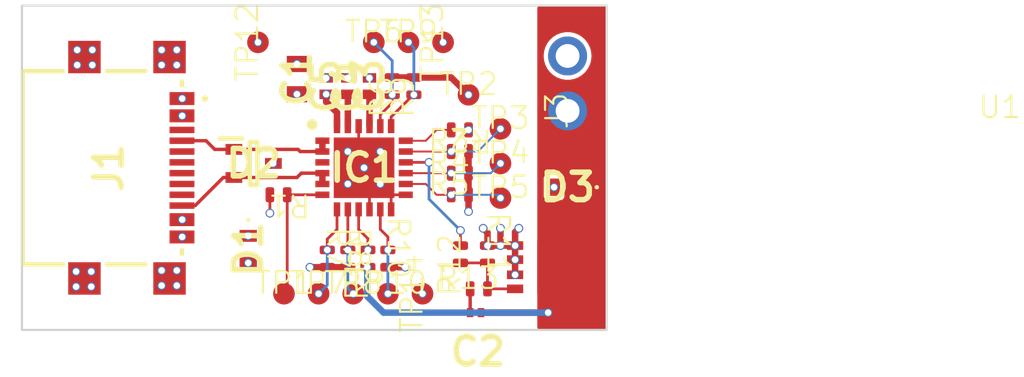
<source format=kicad_pcb>
(kicad_pcb (version 20221018) (generator pcbnew)
  (layers (0 "F.Cu" signal) (1 "In1.Cu" signal) (2 "In2.Cu" signal) (31 "B.Cu" signal) (34 "B.Paste" user) (35 "F.Paste" user) (36 "B.SilkS" user "B.Silkscreen") (37 "F.SilkS" user "F.Silkscreen") (38 "B.Mask" user) (39 "F.Mask" user) (44 "Edge.Cuts" user))
  (net 0 "")
  (net 2 "GND")
  (net 9 "VBUS")
  (net 10 "+9V")
  (net 11 "Net-(C2-Pad2)")
  (net 12 "/VREG_1V2")
  (net 13 "/VREG_2V7")
  (net 14 "/CC1")
  (net 15 "/CC2")
  (net 16 "Net-(IC1-RESET)")
  (net 17 "/SCL")
  (net 18 "/SDA")
  (net 19 "/DISCH")
  (net 20 "/ATTACH")
  (net 21 "/POWER_OK3")
  (net 22 "/GPIO")
  (net 23 "/VBUS_EN_SNK")
  (net 24 "/A_B_SIDE")
  (net 25 "Net-(IC1-VBUS_VS_DISCH)")
  (net 26 "/ALERT")
  (net 27 "/POWER_OK2")
  (net 28 "+1V8")
  (net 29 "Net-(U1-G)")
  (footprint "the_backrooms:ESDA25P351U1M" (layer "F.Cu") (at 30.45 31.275 90)
    (fp_text reference "D1" (at 0 0 90) (layer "F.SilkS") (effects (font (size 1.27 1.27) (thickness 0.254))))
    (fp_text value "ESDA25P35-1U1M" hide)
    (fp_line (start 1.3 0) (end 1.3 0) (stroke (width 0.1)) (layer "F.SilkS"))
    (fp_line (start 1.4 0) (end 1.4 0) (stroke (width 0.1)) (layer "F.SilkS"))
    (fp_arc (start 1.3 0) (mid 1.35 -0.05) (end 1.4 0) (stroke (width 0.1)) (layer "F.SilkS"))
    (fp_arc (start 1.4 0) (mid 1.35 0.05) (end 1.3 0) (stroke (width 0.1)) (layer "F.SilkS"))
    (pad "1" smd rect (at 0.625 0 90) (size 0.55 0.8) (layers "F.Cu" "F.Paste" "F.Mask") (net 9 "VBUS"))
    (pad "2" smd rect (at -0.625 0 90) (size 0.55 0.8) (layers "F.Cu" "F.Paste" "F.Mask") (net 2 "GND"))
  )
  (footprint "the_backrooms:0402_res" (layer "F.Cu") (at 40.725 25.75 180)
    (fp_text reference "R2" (at 0 -0.5 180 unlocked) (layer "F.SilkS") (effects (font (thickness 0.1))))
    (fp_text value "1k")
    (pad "1" smd roundrect (at 0.1 0 180) (size 0.4 0.7) (layers "F.Cu" "F.Paste" "F.Mask") (net 9 "VBUS"))
    (pad "2" smd roundrect (at 0.9 0 180) (size 0.4 0.7) (layers "F.Cu" "F.Paste" "F.Mask") (net 25 "Net-(IC1-VBUS_VS_DISCH)"))
  )
  (footprint "the_backrooms:0402_res" (layer "F.Cu") (at 41.5 31 -90)
    (fp_text reference "R11" (at 0 -0.5 -90 unlocked) (layer "F.SilkS") (effects (font (thickness 0.1))))
    (fp_text value "100k")
    (pad "1" smd roundrect (at 0.1 0 270) (size 0.4 0.7) (layers "F.Cu" "F.Paste" "F.Mask") (net 9 "VBUS"))
    (pad "2" smd roundrect (at 0.9 0 270) (size 0.4 0.7) (layers "F.Cu" "F.Paste" "F.Mask") (net 29 "Net-(U1-G)"))
  )
  (footprint "the_backrooms:0402_res" (layer "F.Cu") (at 35.05 31.2 -90)
    (fp_text reference "R8" (at 0 -0.5 -90 unlocked) (layer "F.SilkS") (effects (font (thickness 0.1))))
    (fp_text value "4.7k")
    (pad "1" smd roundrect (at 0.1 0 270) (size 0.4 0.7) (layers "F.Cu" "F.Paste" "F.Mask") (net 18 "/SDA"))
    (pad "2" smd roundrect (at 0.9 0 270) (size 0.4 0.7) (layers "F.Cu" "F.Paste" "F.Mask") (net 28 "+1V8"))
  )
  (footprint "the_backrooms:tp_1mm" (layer "F.Cu") (at 35.3 33.325)
    (fp_text reference "TP8" (at 0 -0.5 unlocked) (layer "F.SilkS") (effects (font (thickness 0.1))))
    (fp_text value "~")
    (pad "1" smd circle (at 0 0) (size 1 1) (layers "F.Cu" "F.Paste" "F.Mask") (net 18 "/SDA"))
  )
  (footprint "the_backrooms:0402_res" (layer "F.Cu") (at 39.725 28.75)
    (fp_text reference "R5" (at 0 -0.5 unlocked) (layer "F.SilkS") (effects (font (thickness 0.1))))
    (fp_text value "10k")
    (pad "1" smd roundrect (at 0.1 0) (size 0.4 0.7) (layers "F.Cu" "F.Paste" "F.Mask") (net 21 "/POWER_OK3"))
    (pad "2" smd roundrect (at 0.9 0) (size 0.4 0.7) (layers "F.Cu" "F.Paste" "F.Mask") (net 28 "+1V8"))
  )
  (footprint "the_backrooms:GSB1C41110SSHR" (layer "F.Cu") (at 24 27.5 -90)
    (fp_text reference "J1" (at 0 0 90) (layer "F.SilkS") (effects (font (size 1.27 1.27) (thickness 0.254))))
    (fp_text value "GSB1C41110SSHR" hide)
    (fp_line (start -4.47 -1.712) (end -4.47 0.088) (stroke (width 0.2)) (layer "F.SilkS"))
    (fp_line (start -4.47 2.088) (end -4.47 3.965) (stroke (width 0.2)) (layer "F.SilkS"))
    (fp_line (start -4.47 3.965) (end 4.47 3.965) (stroke (width 0.2)) (layer "F.SilkS"))
    (fp_line (start -4 -3.385) (end -3.8 -3.39) (stroke (width 0.2)) (layer "F.SilkS"))
    (fp_line (start -3.2 -4.5) (end -3.2 -4.5) (stroke (width 0.2)) (layer "F.SilkS"))
    (fp_line (start -3.2 -4.5) (end -3.2 -4.5) (stroke (width 0.2)) (layer "F.SilkS"))
    (fp_line (start -3.2 -4.4) (end -3.2 -4.4) (stroke (width 0.2)) (layer "F.SilkS"))
    (fp_line (start 3.8 -3.39) (end 4 -3.39) (stroke (width 0.2)) (layer "F.SilkS"))
    (fp_line (start 4.47 0.088) (end 4.47 -1.712) (stroke (width 0.2)) (layer "F.SilkS"))
    (fp_line (start 4.47 3.965) (end 4.47 2.088) (stroke (width 0.2)) (layer "F.SilkS"))
    (fp_arc (start -3.2 -4.5) (mid -3.15 -4.45) (end -3.2 -4.4) (stroke (width 0.2)) (layer "F.SilkS"))
    (fp_arc (start -3.2 -4.4) (mid -3.25 -4.45) (end -3.2 -4.5) (stroke (width 0.2)) (layer "F.SilkS"))
    (fp_arc (start -3.2 -4.4) (mid -3.25 -4.45) (end -3.2 -4.5) (stroke (width 0.2)) (layer "F.SilkS"))
    (pad "" np_thru_hole circle (at -2.89 -2.315 270) (size 0.65 0.65) (drill 0.65) (layers "*.Cu" "*.Mask"))
    (pad "" np_thru_hole circle (at 2.89 -2.315 270) (size 0.65 0.65) (drill 0.65) (layers "*.Cu" "*.Mask"))
    (pad "A1" smd rect (at -3.2 -3.39 270) (size 0.6 1.15) (layers "F.Cu" "F.Paste" "F.Mask") (net 2 "GND"))
    (pad "A4" smd rect (at -2.4 -3.39 270) (size 0.6 1.15) (layers "F.Cu" "F.Paste" "F.Mask") (net 9 "VBUS"))
    (pad "A5" smd rect (at -1.25 -3.39 270) (size 0.3 1.15) (layers "F.Cu" "F.Paste" "F.Mask") (net 14 "/CC1"))
    (pad "A6" smd rect (at -0.25 -3.39 270) (size 0.3 1.15) (layers "F.Cu" "F.Paste" "F.Mask"))
    (pad "A7" smd rect (at 0.25 -3.39 270) (size 0.3 1.15) (layers "F.Cu" "F.Paste" "F.Mask"))
    (pad "A8" smd rect (at 1.25 -3.39 270) (size 0.3 1.15) (layers "F.Cu" "F.Paste" "F.Mask"))
    (pad "A9" smd rect (at 2.4 -3.39 270) (size 0.6 1.15) (layers "F.Cu" "F.Paste" "F.Mask") (net 9 "VBUS"))
    (pad "A12" smd rect (at 3.2 -3.39 270) (size 0.6 1.15) (layers "F.Cu" "F.Paste" "F.Mask") (net 2 "GND"))
    (pad "B5" smd rect (at 1.75 -3.39 270) (size 0.3 1.15) (layers "F.Cu" "F.Paste" "F.Mask") (net 15 "/CC2"))
    (pad "B6" smd rect (at 0.75 -3.39 270) (size 0.3 1.15) (layers "F.Cu" "F.Paste" "F.Mask"))
    (pad "B7" smd rect (at -0.75 -3.39 270) (size 0.3 1.15) (layers "F.Cu" "F.Paste" "F.Mask"))
    (pad "B8" smd rect (at -1.75 -3.39 270) (size 0.3 1.15) (layers "F.Cu" "F.Paste" "F.Mask"))
    (pad "MP1" smd rect (at -5.12 -2.815) (size 1.5 1.5) (layers "F.Cu" "F.Paste" "F.Mask") (net 2 "GND"))
    (pad "MP2" smd rect (at 5.12 -2.815) (size 1.5 1.5) (layers "F.Cu" "F.Paste" "F.Mask") (net 2 "GND"))
    (pad "MP3" smd rect (at -5.12 1.115) (size 1.5 1.5) (layers "F.Cu" "F.Paste" "F.Mask") (net 2 "GND"))
    (pad "MP4" smd rect (at 5.12 1.115) (size 1.5 1.5) (layers "F.Cu" "F.Paste" "F.Mask") (net 2 "GND"))
  )
  (footprint "the_backrooms:0402_res" (layer "F.Cu") (at 39.725 27.75)
    (fp_text reference "R4" (at 0 -0.5 unlocked) (layer "F.SilkS") (effects (font (thickness 0.1))))
    (fp_text value "10k")
    (pad "1" smd roundrect (at 0.1 0) (size 0.4 0.7) (layers "F.Cu" "F.Paste" "F.Mask") (net 22 "/GPIO"))
    (pad "2" smd roundrect (at 0.9 0) (size 0.4 0.7) (layers "F.Cu" "F.Paste" "F.Mask") (net 28 "+1V8"))
  )
  (footprint "the_backrooms:ESDA25P351U1M" (layer "F.Cu") (at 45.2 28.4)
    (fp_text reference "D3" (at 0 0) (layer "F.SilkS") (effects (font (size 1.27 1.27) (thickness 0.254))))
    (fp_text value "ESDA25P35-1U1M" hide)
    (fp_line (start 1.3 0) (end 1.3 0) (stroke (width 0.1)) (layer "F.SilkS"))
    (fp_line (start 1.4 0) (end 1.4 0) (stroke (width 0.1)) (layer "F.SilkS"))
    (fp_arc (start 1.3 0) (mid 1.35 -0.05) (end 1.4 0) (stroke (width 0.1)) (layer "F.SilkS"))
    (fp_arc (start 1.4 0) (mid 1.35 0.05) (end 1.3 0) (stroke (width 0.1)) (layer "F.SilkS"))
    (pad "1" smd rect (at 0.625 0) (size 0.55 0.8) (layers "F.Cu" "F.Paste" "F.Mask") (net 10 "+9V"))
    (pad "2" smd rect (at -0.625 0) (size 0.55 0.8) (layers "F.Cu" "F.Paste" "F.Mask") (net 2 "GND"))
  )
  (footprint "the_backrooms:tp_1mm" (layer "F.Cu") (at 39.45 21.7 90)
    (fp_text reference "TP13" (at 0 -0.5 90 unlocked) (layer "F.SilkS") (effects (font (thickness 0.1))))
    (fp_text value "~")
    (pad "1" smd circle (at 0 0 90) (size 1 1) (layers "F.Cu" "F.Paste" "F.Mask") (net 2 "GND"))
  )
  (footprint "the_backrooms:QFN50P400X400X100-25N-D" (layer "F.Cu") (at 35.8 27.5)
    (fp_text reference "IC1" (at 0 0) (layer "F.SilkS") (effects (font (size 1.27 1.27) (thickness 0.254))))
    (fp_text value "STUSB4500QTR" hide)
    (fp_circle (center -2.4 -2) (end -2.4 -1.875) (stroke (width 0.25)) (fill none) (layer "F.SilkS"))
    (pad "1" smd rect (at -1.925 -1.25 90) (size 0.3 0.65) (layers "F.Cu" "F.Paste" "F.Mask") (net 14 "/CC1"))
    (pad "2" smd rect (at -1.925 -0.75 90) (size 0.3 0.65) (layers "F.Cu" "F.Paste" "F.Mask") (net 14 "/CC1"))
    (pad "3" smd rect (at -1.925 -0.25 90) (size 0.3 0.65) (layers "F.Cu" "F.Paste" "F.Mask"))
    (pad "4" smd rect (at -1.925 0.25 90) (size 0.3 0.65) (layers "F.Cu" "F.Paste" "F.Mask") (net 15 "/CC2"))
    (pad "5" smd rect (at -1.925 0.75 90) (size 0.3 0.65) (layers "F.Cu" "F.Paste" "F.Mask") (net 15 "/CC2"))
    (pad "6" smd rect (at -1.925 1.25 90) (size 0.3 0.65) (layers "F.Cu" "F.Paste" "F.Mask") (net 16 "Net-(IC1-RESET)"))
    (pad "7" smd rect (at -1.25 1.925) (size 0.3 0.65) (layers "F.Cu" "F.Paste" "F.Mask") (net 17 "/SCL"))
    (pad "8" smd rect (at -0.75 1.925) (size 0.3 0.65) (layers "F.Cu" "F.Paste" "F.Mask") (net 18 "/SDA"))
    (pad "9" smd rect (at -0.25 1.925) (size 0.3 0.65) (layers "F.Cu" "F.Paste" "F.Mask") (net 19 "/DISCH"))
    (pad "10" smd rect (at 0.25 1.925) (size 0.3 0.65) (layers "F.Cu" "F.Paste" "F.Mask") (net 2 "GND"))
    (pad "11" smd rect (at 0.75 1.925) (size 0.3 0.65) (layers "F.Cu" "F.Paste" "F.Mask") (net 20 "/ATTACH"))
    (pad "12" smd rect (at 1.25 1.925) (size 0.3 0.65) (layers "F.Cu" "F.Paste" "F.Mask") (net 2 "GND"))
    (pad "13" smd rect (at 1.925 1.25 90) (size 0.3 0.65) (layers "F.Cu" "F.Paste" "F.Mask") (net 2 "GND"))
    (pad "14" smd rect (at 1.925 0.75 90) (size 0.3 0.65) (layers "F.Cu" "F.Paste" "F.Mask") (net 21 "/POWER_OK3"))
    (pad "15" smd rect (at 1.925 0.25 90) (size 0.3 0.65) (layers "F.Cu" "F.Paste" "F.Mask") (net 22 "/GPIO"))
    (pad "16" smd rect (at 1.925 -0.25 90) (size 0.3 0.65) (layers "F.Cu" "F.Paste" "F.Mask") (net 23 "/VBUS_EN_SNK"))
    (pad "17" smd rect (at 1.925 -0.75 90) (size 0.3 0.65) (layers "F.Cu" "F.Paste" "F.Mask") (net 24 "/A_B_SIDE"))
    (pad "18" smd rect (at 1.925 -1.25 90) (size 0.3 0.65) (layers "F.Cu" "F.Paste" "F.Mask") (net 25 "Net-(IC1-VBUS_VS_DISCH)"))
    (pad "19" smd rect (at 1.25 -1.925) (size 0.3 0.65) (layers "F.Cu" "F.Paste" "F.Mask") (net 26 "/ALERT"))
    (pad "20" smd rect (at 0.75 -1.925) (size 0.3 0.65) (layers "F.Cu" "F.Paste" "F.Mask") (net 27 "/POWER_OK2"))
    (pad "21" smd rect (at 0.25 -1.925) (size 0.3 0.65) (layers "F.Cu" "F.Paste" "F.Mask") (net 12 "/VREG_1V2"))
    (pad "22" smd rect (at -0.25 -1.925) (size 0.3 0.65) (layers "F.Cu" "F.Paste" "F.Mask") (net 2 "GND"))
    (pad "23" smd rect (at -0.75 -1.925) (size 0.3 0.65) (layers "F.Cu" "F.Paste" "F.Mask") (net 13 "/VREG_2V7"))
    (pad "24" smd rect (at -1.25 -1.925) (size 0.3 0.65) (layers "F.Cu" "F.Paste" "F.Mask") (net 9 "VBUS"))
    (pad "25" smd rect (at 0 0) (size 2.8 2.8) (layers "F.Cu" "F.Paste" "F.Mask") (net 2 "GND"))
  )
  (footprint "the_backrooms:0402_res" (layer "F.Cu") (at 34.1 31.2 -90)
    (fp_text reference "R7" (at 0 -0.5 -90 unlocked) (layer "F.SilkS") (effects (font (thickness 0.1))))
    (fp_text value "4.7k")
    (pad "1" smd roundrect (at 0.1 0 270) (size 0.4 0.7) (layers "F.Cu" "F.Paste" "F.Mask") (net 17 "/SCL"))
    (pad "2" smd roundrect (at 0.9 0 270) (size 0.4 0.7) (layers "F.Cu" "F.Paste" "F.Mask") (net 28 "+1V8"))
  )
  (footprint "the_backrooms:tp_1mm" (layer "F.Cu") (at 42.1 28.9)
    (fp_text reference "TP5" (at 0 -0.5 unlocked) (layer "F.SilkS") (effects (font (thickness 0.1))))
    (fp_text value "~")
    (pad "1" smd circle (at 0 0) (size 1 1) (layers "F.Cu" "F.Paste" "F.Mask") (net 21 "/POWER_OK3"))
  )
  (footprint "the_backrooms:0402_res" (layer "F.Cu") (at 37.1 24.225 90)
    (fp_text reference "R6" (at 0 -0.5 90 unlocked) (layer "F.SilkS") (effects (font (thickness 0.1))))
    (fp_text value "10k")
    (pad "1" smd roundrect (at 0.1 0 90) (size 0.4 0.7) (layers "F.Cu" "F.Paste" "F.Mask") (net 27 "/POWER_OK2"))
    (pad "2" smd roundrect (at 0.9 0 90) (size 0.4 0.7) (layers "F.Cu" "F.Paste" "F.Mask") (net 28 "+1V8"))
  )
  (footprint "the_backrooms:0402_res" (layer "F.Cu") (at 35.975 32.2 90)
    (fp_text reference "R14" (at 0 -0.5 90 unlocked) (layer "F.SilkS") (effects (font (thickness 0.1))))
    (fp_text value "1k")
    (pad "1" smd roundrect (at 0.1 0 90) (size 0.4 0.7) (layers "F.Cu" "F.Paste" "F.Mask") (net 10 "+9V"))
    (pad "2" smd roundrect (at 0.9 0 90) (size 0.4 0.7) (layers "F.Cu" "F.Paste" "F.Mask") (net 19 "/DISCH"))
  )
  (footprint "the_backrooms:0402_res" (layer "F.Cu") (at 36.9 31.2 -90)
    (fp_text reference "R10" (at 0 -0.5 -90 unlocked) (layer "F.SilkS") (effects (font (thickness 0.1))))
    (fp_text value "10k")
    (pad "1" smd roundrect (at 0.1 0 270) (size 0.4 0.7) (layers "F.Cu" "F.Paste" "F.Mask") (net 20 "/ATTACH"))
    (pad "2" smd roundrect (at 0.9 0 270) (size 0.4 0.7) (layers "F.Cu" "F.Paste" "F.Mask") (net 28 "+1V8"))
  )
  (footprint "the_backrooms:tp_1mm" (layer "F.Cu") (at 42.1 25.7)
    (fp_text reference "TP3" (at 0 -0.5 unlocked) (layer "F.SilkS") (effects (font (thickness 0.1))))
    (fp_text value "~")
    (pad "1" smd circle (at 0 0) (size 1 1) (layers "F.Cu" "F.Paste" "F.Mask") (net 24 "/A_B_SIDE"))
  )
  (footprint "the_backrooms:0402_res" (layer "F.Cu") (at 32.35 28.75 180)
    (fp_text reference "R1" (at 0 -0.5 180 unlocked) (layer "F.SilkS") (effects (font (thickness 0.1))))
    (fp_text value "10k")
    (pad "1" smd roundrect (at 0.1 0 180) (size 0.4 0.7) (layers "F.Cu" "F.Paste" "F.Mask") (net 16 "Net-(IC1-RESET)"))
    (pad "2" smd roundrect (at 0.9 0 180) (size 0.4 0.7) (layers "F.Cu" "F.Paste" "F.Mask") (net 2 "GND"))
  )
  (footprint "the_backrooms:0402_res" (layer "F.Cu") (at 40.25 32 90)
    (fp_text reference "R12" (at 0 -0.5 90 unlocked) (layer "F.SilkS") (effects (font (thickness 0.1))))
    (fp_text value "22k")
    (pad "1" smd roundrect (at 0.1 0 90) (size 0.4 0.7) (layers "F.Cu" "F.Paste" "F.Mask") (net 29 "Net-(U1-G)"))
    (pad "2" smd roundrect (at 0.9 0 90) (size 0.4 0.7) (layers "F.Cu" "F.Paste" "F.Mask") (net 23 "/VBUS_EN_SNK"))
  )
  (footprint "the_backrooms:SOT65P210X110-3N" (layer "F.Cu") (at 30.7 27.3)
    (fp_text reference "D2" (at 0 0) (layer "F.SilkS") (effects (font (size 1.27 1.27) (thickness 0.254))))
    (fp_text value "ESDA25W" hide)
    (fp_line (start -1.575 -1.15) (end -0.525 -1.15) (stroke (width 0.2)) (layer "F.SilkS"))
    (fp_line (start -0.175 -1) (end 0.175 -1) (stroke (width 0.2)) (layer "F.SilkS"))
    (fp_line (start -0.175 1) (end -0.175 -1) (stroke (width 0.2)) (layer "F.SilkS"))
    (fp_line (start 0.175 -1) (end 0.175 1) (stroke (width 0.2)) (layer "F.SilkS"))
    (fp_line (start 0.175 1) (end -0.175 1) (stroke (width 0.2)) (layer "F.SilkS"))
    (pad "1" smd rect (at -0.9125 -0.65 90) (size 0.5 0.775) (layers "F.Cu" "F.Paste" "F.Mask") (net 14 "/CC1"))
    (pad "2" smd rect (at -0.9125 0.65 90) (size 0.5 0.775) (layers "F.Cu" "F.Paste" "F.Mask") (net 15 "/CC2"))
    (pad "3" smd rect (at 0.9125 0 90) (size 0.5 0.775) (layers "F.Cu" "F.Paste" "F.Mask") (net 2 "GND"))
  )
  (footprint "the_backrooms:pin_header_male_2pin" (layer "F.Cu") (at 45.2 24.87 90)
    (fp_text reference "J3" (at 0 -0.5 90 unlocked) (layer "F.SilkS") (effects (font (thickness 0.1))))
    (fp_text value "~")
    (pad "1" thru_hole circle (at 0 0 90) (size 1.8 1.8) (drill 1.1) (layers "*.Cu" "*.Mask") (net 10 "+9V"))
    (pad "2" thru_hole circle (at 2.54 0 90) (size 1.8 1.8) (drill 1.1) (layers "*.Cu" "*.Mask") (net 2 "GND"))
  )
  (footprint "the_backrooms:tp_1mm" (layer "F.Cu") (at 36.9 33.325)
    (fp_text reference "TP10" (at 0 -0.5 unlocked) (layer "F.SilkS") (effects (font (thickness 0.1))))
    (fp_text value "~")
    (pad "1" smd circle (at 0 0) (size 1 1) (layers "F.Cu" "F.Paste" "F.Mask") (net 20 "/ATTACH"))
  )
  (footprint "the_backrooms:tp_1mm" (layer "F.Cu") (at 42.1 27.3)
    (fp_text reference "TP4" (at 0 -0.5 unlocked) (layer "F.SilkS") (effects (font (thickness 0.1))))
    (fp_text value "~")
    (pad "1" smd circle (at 0 0) (size 1 1) (layers "F.Cu" "F.Paste" "F.Mask") (net 22 "/GPIO"))
  )
  (footprint "the_backrooms:tp_1mm" (layer "F.Cu") (at 37.85 21.7)
    (fp_text reference "TP9" (at 0 -0.5 unlocked) (layer "F.SilkS") (effects (font (thickness 0.1))))
    (fp_text value "~")
    (pad "1" smd circle (at 0 0) (size 1 1) (layers "F.Cu" "F.Paste" "F.Mask") (net 26 "/ALERT"))
  )
  (footprint "the_backrooms:tp_1mm" (layer "F.Cu") (at 32.1 33.325)
    (fp_text reference "TP1" (at 0 -0.5 unlocked) (layer "F.SilkS") (effects (font (thickness 0.1))))
    (fp_text value "~")
    (pad "1" smd circle (at 0 0) (size 1 1) (layers "F.Cu" "F.Paste" "F.Mask") (net 16 "Net-(IC1-RESET)"))
  )
  (footprint "the_backrooms:tp_1mm" (layer "F.Cu") (at 36.25 21.7)
    (fp_text reference "TP6" (at 0 -0.5 unlocked) (layer "F.SilkS") (effects (font (thickness 0.1))))
    (fp_text value "~")
    (pad "1" smd circle (at 0 0) (size 1 1) (layers "F.Cu" "F.Paste" "F.Mask") (net 27 "/POWER_OK2"))
  )
  (footprint "the_backrooms:tp_1mm" (layer "F.Cu") (at 38.5 33.325 90)
    (fp_text reference "TP14" (at 0 -0.5 90 unlocked) (layer "F.SilkS") (effects (font (thickness 0.1))))
    (fp_text value "~")
    (pad "1" smd circle (at 0 0 90) (size 1 1) (layers "F.Cu" "F.Paste" "F.Mask") (net 2 "GND"))
  )
  (footprint "the_backrooms:CAPC1005X55N" (layer "F.Cu") (at 35.05 23.725 90)
    (fp_text reference "C4" (at 0 0 90) (layer "F.SilkS") (effects (font (size 1.27 1.27) (thickness 0.254))))
    (fp_text value "1uF" hide)
    (pad "1" smd rect (at -0.38 0 90) (size 0.44 0.62) (layers "F.Cu" "F.Paste" "F.Mask") (net 13 "/VREG_2V7"))
    (pad "2" smd rect (at 0.38 0 90) (size 0.44 0.62) (layers "F.Cu" "F.Paste" "F.Mask") (net 2 "GND"))
  )
  (footprint "the_backrooms:tp_1mm" (layer "F.Cu") (at 40.625 24.125)
    (fp_text reference "TP2" (at 0 -0.5 unlocked) (layer "F.SilkS") (effects (font (thickness 0.1))))
    (fp_text value "~")
    (pad "1" smd circle (at 0 0) (size 1 1) (layers "F.Cu" "F.Paste" "F.Mask") (net 28 "+1V8"))
  )
  (footprint "the_backrooms:tp_1mm" (layer "F.Cu") (at 33.7 33.325)
    (fp_text reference "TP7" (at 0 -0.5 unlocked) (layer "F.SilkS") (effects (font (thickness 0.1))))
    (fp_text value "~")
    (pad "1" smd circle (at 0 0) (size 1 1) (layers "F.Cu" "F.Paste" "F.Mask") (net 17 "/SCL"))
  )
  (footprint "the_backrooms:CAPC0603X33N" (layer "F.Cu") (at 40.95 34.2 180)
    (fp_text reference "C2" (at -0.1 -1.8) (layer "F.SilkS") (effects (font (size 1.27 1.27) (thickness 0.254))))
    (fp_text value "100nF" hide)
    (pad "1" smd rect (at -0.25 0 270) (size 0.42 0.3) (layers "F.Cu" "F.Paste" "F.Mask") (net 10 "+9V"))
    (pad "2" smd rect (at 0.25 0 270) (size 0.42 0.3) (layers "F.Cu" "F.Paste" "F.Mask") (net 11 "Net-(C2-Pad2)"))
  )
  (footprint "the_backrooms:CAPC1005X55N" (layer "F.Cu") (at 36.05 23.725 90)
    (fp_text reference "C3" (at 0 0 90) (layer "F.SilkS") (effects (font (size 1.27 1.27) (thickness 0.254))))
    (fp_text value "1uF" hide)
    (pad "1" smd rect (at -0.38 0 90) (size 0.44 0.62) (layers "F.Cu" "F.Paste" "F.Mask") (net 12 "/VREG_1V2"))
    (pad "2" smd rect (at 0.38 0 90) (size 0.44 0.62) (layers "F.Cu" "F.Paste" "F.Mask") (net 2 "GND"))
  )
  (footprint "the_backrooms:0402_res" (layer "F.Cu") (at 39.725 26.75)
    (fp_text reference "R3" (at 0 -0.5 unlocked) (layer "F.SilkS") (effects (font (thickness 0.1))))
    (fp_text value "10k")
    (pad "1" smd roundrect (at 0.1 0) (size 0.4 0.7) (layers "F.Cu" "F.Paste" "F.Mask") (net 24 "/A_B_SIDE"))
    (pad "2" smd roundrect (at 0.9 0) (size 0.4 0.7) (layers "F.Cu" "F.Paste" "F.Mask") (net 28 "+1V8"))
  )
  (footprint "the_backrooms:STL6P3LLH6" (layer "F.Cu") (at 44.3 32.1 -90)
    (fp_text reference "U1" (at -7.4025 -20.871 unlocked) (layer "F.SilkS") (effects (font (thickness 0.1))))
    (fp_text value "~")
    (pad "1" smd rect (at -1 1.525 270) (size 0.4 0.75) (layers "F.Cu" "F.Paste" "F.Mask") (net 9 "VBUS"))
    (pad "2" smd rect (at -0.35 1.525 270) (size 0.4 0.75) (layers "F.Cu" "F.Paste" "F.Mask") (net 9 "VBUS"))
    (pad "3" smd rect (at 0.35 1.525 270) (size 0.4 0.75) (layers "F.Cu" "F.Paste" "F.Mask") (net 9 "VBUS"))
    (pad "4" smd rect (at 1 1.525 270) (size 0.4 0.75) (layers "F.Cu" "F.Paste" "F.Mask") (net 29 "Net-(U1-G)"))
    (pad "5" smd custom (at 0 0.5 270) (size 0.001 0.001) (layers "F.Cu" "F.Paste" "F.Mask") (net 10 "+9V") (options (clearance outline) (anchor rect)) (primitives (gr_poly (pts (xy -1.225 -2.4) (xy 1.225 -2.4) (xy 1.225 -0.7) (xy 1.755 -0.7) (xy 1.755 -0.3) (xy 1.225 -0.3) (xy 1.225 0) (xy -1.225 0) (xy -1.225 -0.3) (xy -1.755 -0.3) (xy -1.755 -0.7) (xy -1.225 -0.7)) (width 0.001) (fill yes))))
  )
  (footprint "the_backrooms:CAPC1608X90N" (layer "F.Cu") (at 32.7 23.4 -90)
    (fp_text reference "C1" (at 0 0 90) (layer "F.SilkS") (effects (font (size 1.27 1.27) (thickness 0.254))))
    (fp_text value "4.7uF" hide)
    (pad "1" smd rect (at -0.7 0 270) (size 0.75 0.94) (layers "F.Cu" "F.Paste" "F.Mask") (net 2 "GND"))
    (pad "2" smd rect (at 0.7 0 270) (size 0.75 0.94) (layers "F.Cu" "F.Paste" "F.Mask") (net 9 "VBUS"))
  )
  (footprint "the_backrooms:CAPC1005X55N" (layer "F.Cu") (at 34.05 23.725 90)
    (fp_text reference "C5" (at 0 0 90) (layer "F.SilkS") (effects (font (size 1.27 1.27) (thickness 0.254))))
    (fp_text value "1uF" hide)
    (pad "1" smd rect (at -0.38 0 90) (size 0.44 0.62) (layers "F.Cu" "F.Paste" "F.Mask") (net 9 "VBUS"))
    (pad "2" smd rect (at 0.38 0 90) (size 0.44 0.62) (layers "F.Cu" "F.Paste" "F.Mask") (net 2 "GND"))
  )
  (footprint "the_backrooms:0402_res" (layer "F.Cu") (at 38.1 24.225 90)
    (fp_text reference "R9" (at 0 -0.5 90 unlocked) (layer "F.SilkS") (effects (font (thickness 0.1))))
    (fp_text value "4.7k")
    (pad "1" smd roundrect (at 0.1 0 90) (size 0.4 0.7) (layers "F.Cu" "F.Paste" "F.Mask") (net 26 "/ALERT"))
    (pad "2" smd roundrect (at 0.9 0 90) (size 0.4 0.7) (layers "F.Cu" "F.Paste" "F.Mask") (net 28 "+1V8"))
  )
  (footprint "the_backrooms:tp_1mm" (layer "F.Cu") (at 30.9 21.7 90)
    (fp_text reference "TP12" (at 0 -0.5 90 unlocked) (layer "F.SilkS") (effects (font (thickness 0.1))))
    (fp_text value "~")
    (pad "1" smd circle (at 0 0 90) (size 1 1) (layers "F.Cu" "F.Paste" "F.Mask") (net 2 "GND"))
  )
  (footprint "the_backrooms:0402_res" (layer "F.Cu") (at 40.6 33.1)
    (fp_text reference "R13" (at 0 -0.5 unlocked) (layer "F.SilkS") (effects (font (thickness 0.1))))
    (fp_text value "100R")
    (pad "1" smd roundrect (at 0.1 0) (size 0.4 0.7) (layers "F.Cu" "F.Paste" "F.Mask") (net 11 "Net-(C2-Pad2)"))
    (pad "2" smd roundrect (at 0.9 0) (size 0.4 0.7) (layers "F.Cu" "F.Paste" "F.Mask") (net 29 "Net-(U1-G)"))
  )
  (gr_rect (start 20 20) (end 47 35) (stroke (width 0.1)) (fill none) (layer "Edge.Cuts"))
  (segment (start 36.55 28.25) (end 35.8 27.5) (width 0.127) (layer "F.Cu") (net 2))
  (segment (start 36.05 27.75) (end 35.8 27.5) (width 0.127) (layer "F.Cu") (net 2))
  (segment (start 31.45 28.75) (end 31.45 29.6) (width 0.127) (layer "F.Cu") (net 2))
  (segment (start 35.55 27.25) (end 35.8 27.5) (width 0.127) (layer "F.Cu") (net 2))
  (segment (start 37.725 28.75) (end 37.05 28.75) (width 0.127) (layer "F.Cu") (net 2))
  (segment (start 37.05 28.75) (end 36.55 28.25) (width 0.127) (layer "F.Cu") (net 2))
  (segment (start 37.05 29.425) (end 37.05 28.75) (width 0.127) (layer "F.Cu") (net 2))
  (segment (start 35.55 25.575) (end 35.55 27.25) (width 0.127) (layer "F.Cu") (net 2))
  (segment (start 36.05 29.425) (end 36.05 27.75) (width 0.127) (layer "F.Cu") (net 2))
  (via (at 27.15 32.25) (size 0.4) (drill 0.3) (layers "F.Cu" "B.Cu") (net 2))
  (via (at 38.5 33.325) (size 0.4) (drill 0.3) (layers "F.Cu" "B.Cu") (net 2))
  (via (at 23.2 33) (size 0.4) (drill 0.3) (layers "F.Cu" "B.Cu") (net 2))
  (via (at 35.05 28.25) (size 0.4) (drill 0.3) (layers "F.Cu" "B.Cu") (net 2))
  (via (at 26.45 22.05) (size 0.4) (drill 0.3) (layers "F.Cu" "B.Cu") (net 2))
  (via (at 30.45 31.9) (size 0.4) (drill 0.3) (layers "F.Cu" "B.Cu") (net 2))
  (via (at 34.05 23.35) (size 0.4) (drill 0.3) (layers "F.Cu" "B.Cu") (net 2))
  (via (at 30.9 21.7) (size 0.4) (drill 0.3) (layers "F.Cu" "B.Cu") (net 2))
  (via (at 22.5 33) (size 0.4) (drill 0.3) (layers "F.Cu" "B.Cu") (net 2))
  (via (at 26.45 22.75) (size 0.4) (drill 0.3) (layers "F.Cu" "B.Cu") (net 2))
  (via (at 26.45 32.95) (size 0.4) (drill 0.3) (layers "F.Cu" "B.Cu") (net 2))
  (via (at 27.4 30.7) (size 0.4) (drill 0.3) (layers "F.Cu" "B.Cu") (net 2))
  (via (at 35.05 26.75) (size 0.4) (drill 0.3) (layers "F.Cu" "B.Cu") (net 2))
  (via (at 32.7 22.7) (size 0.4) (drill 0.3) (layers "F.Cu" "B.Cu") (net 2))
  (via (at 44.575 28.4) (size 0.4) (drill 0.3) (layers "F.Cu" "B.Cu") (net 2))
  (via (at 23.2 32.3) (size 0.4) (drill 0.3) (layers "F.Cu" "B.Cu") (net 2))
  (via (at 27.15 32.95) (size 0.4) (drill 0.3) (layers "F.Cu" "B.Cu") (net 2))
  (via (at 22.55 22.05) (size 0.4) (drill 0.3) (layers "F.Cu" "B.Cu") (net 2))
  (via (at 35.05 23.35) (size 0.4) (drill 0.3) (layers "F.Cu" "B.Cu") (net 2))
  (via (at 22.5 32.3) (size 0.4) (drill 0.3) (layers "F.Cu" "B.Cu") (net 2))
  (via (at 31.6 27.3) (size 0.4) (drill 0.3) (layers "F.Cu" "B.Cu") (net 2))
  (via (at 36.55 28.25) (size 0.4) (drill 0.3) (layers "F.Cu" "B.Cu") (net 2))
  (via (at 23.25 22.05) (size 0.4) (drill 0.3) (layers "F.Cu" "B.Cu") (net 2))
  (via (at 22.55 22.75) (size 0.4) (drill 0.3) (layers "F.Cu" "B.Cu") (net 2))
  (via (at 27.15 22.75) (size 0.4) (drill 0.3) (layers "F.Cu" "B.Cu") (net 2))
  (via (at 36.05 23.35) (size 0.4) (drill 0.3) (layers "F.Cu" "B.Cu") (net 2))
  (via (at 35.8 27.5) (size 0.4) (drill 0.3) (layers "F.Cu" "B.Cu") (net 2))
  (via (at 27.15 22.05) (size 0.4) (drill 0.3) (layers "F.Cu" "B.Cu") (net 2))
  (via (at 36.55 26.75) (size 0.4) (drill 0.3) (layers "F.Cu" "B.Cu") (net 2))
  (via (at 39.45 21.7) (size 0.4) (drill 0.3) (layers "F.Cu" "B.Cu") (net 2))
  (via (at 23.25 22.75) (size 0.4) (drill 0.3) (layers "F.Cu" "B.Cu") (net 2))
  (via (at 31.45 29.6) (size 0.4) (drill 0.3) (layers "F.Cu" "B.Cu") (net 2))
  (via (at 27.4 24.3) (size 0.4) (drill 0.3) (layers "F.Cu" "B.Cu") (net 2))
  (via (at 26.45 32.25) (size 0.4) (drill 0.3) (layers "F.Cu" "B.Cu") (net 2))
  (segment (start 42.95 30.3) (end 42.775 30.475) (width 0.3) (layer "F.Cu") (net 9))
  (segment (start 42.775 30.475) (end 42.775 31.1) (width 0.3) (layer "F.Cu") (net 9))
  (segment (start 42.775 31.1) (end 42.1 31.1) (width 0.3) (layer "F.Cu") (net 9))
  (segment (start 34.55 25.575) (end 34.55 24.95) (width 0.3) (layer "F.Cu") (net 9))
  (segment (start 34.55 24.95) (end 34.05 24.45) (width 0.3) (layer "F.Cu") (net 9))
  (segment (start 41.5 31.1) (end 41.5 30.5) (width 0.3) (layer "F.Cu") (net 9))
  (segment (start 41.5 30.5) (end 41.3 30.3) (width 0.3) (layer "F.Cu") (net 9))
  (segment (start 42.1 31.1) (end 41.5 31.1) (width 0.3) (layer "F.Cu") (net 9))
  (segment (start 42.775 31.75) (end 42.775 31.1) (width 0.3) (layer "F.Cu") (net 9))
  (segment (start 34.05 24.45) (end 34.05 24.1) (width 0.3) (layer "F.Cu") (net 9))
  (segment (start 42.1 31.1) (end 42.1 30.3) (width 0.3) (layer "F.Cu") (net 9))
  (segment (start 34.05 24.1) (end 34.05 24.105) (width 0.3) (layer "F.Cu") (net 9))
  (segment (start 42.775 31.75) (end 42.775 32.45) (width 0.3) (layer "F.Cu") (net 9))
  (via (at 41.5 31.1) (size 0.4) (drill 0.3) (layers "F.Cu" "B.Cu") (net 9))
  (via (at 42.95 30.3) (size 0.4) (drill 0.3) (layers "F.Cu" "B.Cu") (net 9))
  (via (at 42.1 31.1) (size 0.4) (drill 0.3) (layers "F.Cu" "B.Cu") (net 9))
  (via (at 32.7 24.1) (size 0.4) (drill 0.3) (layers "F.Cu" "B.Cu") (net 9))
  (via (at 30.45 30.65) (size 0.4) (drill 0.3) (layers "F.Cu" "B.Cu") (net 9))
  (via (at 42.775 32.45) (size 0.4) (drill 0.3) (layers "F.Cu" "B.Cu") (net 9))
  (via (at 42.1 30.3) (size 0.4) (drill 0.3) (layers "F.Cu" "B.Cu") (net 9))
  (via (at 40.625 25.75) (size 0.4) (drill 0.3) (layers "F.Cu" "B.Cu") (net 9))
  (via (at 42.775 31.75) (size 0.4) (drill 0.3) (layers "F.Cu" "B.Cu") (net 9))
  (via (at 27.4 25.1) (size 0.4) (drill 0.3) (layers "F.Cu" "B.Cu") (net 9))
  (via (at 27.4 29.9) (size 0.4) (drill 0.3) (layers "F.Cu" "B.Cu") (net 9))
  (via (at 42.775 31.1) (size 0.4) (drill 0.3) (layers "F.Cu" "B.Cu") (net 9))
  (via (at 41.3 30.3) (size 0.4) (drill 0.3) (layers "F.Cu" "B.Cu") (net 9))
  (via (at 34.05 24.1) (size 0.4) (drill 0.3) (layers "F.Cu" "B.Cu") (net 9))
  (segment (start 41.2 34.2) (end 44.3 34.2) (width 0.3) (layer "F.Cu") (net 10))
  (via (at 35.95 32.1) (size 0.4) (drill 0.3) (layers "F.Cu" "B.Cu") (net 10))
  (via (at 44.3 34.2) (size 0.4) (drill 0.3) (layers "F.Cu" "B.Cu") (net 10))
  (segment (start 36.7 34.2) (end 35.95 33.45) (width 0.3) (layer "B.Cu") (net 10))
  (segment (start 35.95 33.45) (end 35.95 32.1) (width 0.3) (layer "B.Cu") (net 10))
  (segment (start 44.3 34.2) (end 36.7 34.2) (width 0.3) (layer "B.Cu") (net 10))
  (segment (start 40.7 34.2) (end 40.7 33.1) (width 0.156464) (layer "F.Cu") (net 11))
  (segment (start 36.05 25.575) (end 36.05 24.105) (width 0.3) (layer "F.Cu") (net 12))
  (segment (start 35.05 25.575) (end 35.05 24.105) (width 0.3) (layer "F.Cu") (net 13))
  (segment (start 28.9 26.65) (end 29.7875 26.65) (width 0.156464) (layer "F.Cu") (net 14))
  (segment (start 33.875 26.25) (end 33.875 26.75) (width 0.3) (layer "F.Cu") (net 14))
  (segment (start 32.85 26.75) (end 33.875 26.75) (width 0.156464) (layer "F.Cu") (net 14))
  (segment (start 32.75 26.65) (end 32.85 26.75) (width 0.156464) (layer "F.Cu") (net 14))
  (segment (start 29.7875 26.65) (end 32.75 26.65) (width 0.156464) (layer "F.Cu") (net 14))
  (segment (start 28.5 26.25) (end 28.9 26.65) (width 0.156464) (layer "F.Cu") (net 14))
  (segment (start 27.39 26.25) (end 28.5 26.25) (width 0.156464) (layer "F.Cu") (net 14))
  (segment (start 29.3 27.95) (end 29.7875 27.95) (width 0.156464) (layer "F.Cu") (net 15))
  (segment (start 33.875 28.25) (end 33.875 27.75) (width 0.3) (layer "F.Cu") (net 15))
  (segment (start 32.7 27.95) (end 32.9 27.75) (width 0.156464) (layer "F.Cu") (net 15))
  (segment (start 27.39 29.25) (end 28 29.25) (width 0.156464) (layer "F.Cu") (net 15))
  (segment (start 28 29.25) (end 29.3 27.95) (width 0.156464) (layer "F.Cu") (net 15))
  (segment (start 32.9 27.75) (end 33.875 27.75) (width 0.156464) (layer "F.Cu") (net 15))
  (segment (start 29.7875 27.95) (end 32.7 27.95) (width 0.156464) (layer "F.Cu") (net 15))
  (segment (start 32.25 33.175) (end 32.1 33.325) (width 0.127) (layer "F.Cu") (net 16))
  (segment (start 32.25 28.75) (end 32.25 33.175) (width 0.127) (layer "F.Cu") (net 16))
  (segment (start 33.875 28.75) (end 32.25 28.75) (width 0.127) (layer "F.Cu") (net 16))
  (segment (start 34.55 30.35) (end 34.55 29.425) (width 0.127) (layer "F.Cu") (net 17))
  (segment (start 34.1 31.3) (end 34.1 30.8) (width 0.127) (layer "F.Cu") (net 17))
  (segment (start 34.1 30.8) (end 34.55 30.35) (width 0.127) (layer "F.Cu") (net 17))
  (via (at 34.1 31.3) (size 0.4) (drill 0.3) (layers "F.Cu" "B.Cu") (net 17))
  (via (at 33.7 33.325) (size 0.4) (drill 0.3) (layers "F.Cu" "B.Cu") (net 17))
  (segment (start 34.1 32.925) (end 33.7 33.325) (width 0.127) (layer "B.Cu") (net 17))
  (segment (start 34.1 31.3) (end 34.1 32.925) (width 0.127) (layer "B.Cu") (net 17))
  (segment (start 35.05 29.425) (end 35.05 31.3) (width 0.127) (layer "F.Cu") (net 18))
  (via (at 35.05 31.3) (size 0.4) (drill 0.3) (layers "F.Cu" "B.Cu") (net 18))
  (via (at 35.3 33.325) (size 0.4) (drill 0.3) (layers "F.Cu" "B.Cu") (net 18))
  (segment (start 35.05 33.075) (end 35.3 33.325) (width 0.127) (layer "B.Cu") (net 18))
  (segment (start 35.05 31.3) (end 35.05 33.075) (width 0.127) (layer "B.Cu") (net 18))
  (segment (start 35.975 31.3) (end 35.975 30.775) (width 0.127) (layer "F.Cu") (net 19))
  (segment (start 35.975 30.775) (end 35.55 30.35) (width 0.127) (layer "F.Cu") (net 19))
  (segment (start 35.55 30.35) (end 35.55 29.425) (width 0.127) (layer "F.Cu") (net 19))
  (via (at 35.975 31.3) (size 0.4) (drill 0.3) (layers "F.Cu" "B.Cu") (net 19))
  (segment (start 36.55 29.425) (end 36.55 30.35) (width 0.127) (layer "F.Cu") (net 20))
  (segment (start 36.55 30.35) (end 36.9 30.7) (width 0.127) (layer "F.Cu") (net 20))
  (segment (start 36.9 30.7) (end 36.9 31.3) (width 0.127) (layer "F.Cu") (net 20))
  (via (at 36.9 31.3) (size 0.4) (drill 0.3) (layers "F.Cu" "B.Cu") (net 20))
  (via (at 36.9 33.325) (size 0.4) (drill 0.3) (layers "F.Cu" "B.Cu") (net 20))
  (segment (start 36.9 31.3) (end 36.9 33.325) (width 0.127) (layer "B.Cu") (net 20))
  (segment (start 39.825 28.75) (end 39.15 28.75) (width 0.0889) (layer "F.Cu") (net 21))
  (segment (start 38.65 28.25) (end 37.725 28.25) (width 0.0889) (layer "F.Cu") (net 21))
  (segment (start 39.15 28.75) (end 38.65 28.25) (width 0.0889) (layer "F.Cu") (net 21))
  (via (at 39.825 28.75) (size 0.4) (drill 0.3) (layers "F.Cu" "B.Cu") (net 21))
  (via (at 42.1 28.9) (size 0.4) (drill 0.3) (layers "F.Cu" "B.Cu") (net 21))
  (segment (start 41.95 28.75) (end 42.1 28.9) (width 0.0889) (layer "B.Cu") (net 21))
  (segment (start 39.825 28.75) (end 41.95 28.75) (width 0.0889) (layer "B.Cu") (net 21))
  (segment (start 37.725 27.75) (end 39.825 27.75) (width 0.0889) (layer "F.Cu") (net 22))
  (via (at 39.825 27.75) (size 0.4) (drill 0.3) (layers "F.Cu" "B.Cu") (net 22))
  (via (at 42.1 27.3) (size 0.4) (drill 0.3) (layers "F.Cu" "B.Cu") (net 22))
  (segment (start 41.65 27.75) (end 42.1 27.3) (width 0.0889) (layer "B.Cu") (net 22))
  (segment (start 39.825 27.75) (end 41.65 27.75) (width 0.0889) (layer "B.Cu") (net 22))
  (segment (start 40.25 31.1) (end 40.25 30.4) (width 0.127) (layer "F.Cu") (net 23))
  (segment (start 37.725 27.25) (end 38.8 27.25) (width 0.127) (layer "F.Cu") (net 23))
  (via (at 40.25 30.4) (size 0.4) (drill 0.3) (layers "F.Cu" "B.Cu") (net 23))
  (via (at 38.8 27.25) (size 0.4) (drill 0.3) (layers "F.Cu" "B.Cu") (net 23))
  (segment (start 40.25 30.4) (end 38.8 28.95) (width 0.127) (layer "B.Cu") (net 23))
  (segment (start 38.8 28.95) (end 38.8 27.25) (width 0.127) (layer "B.Cu") (net 23))
  (segment (start 39.825 26.75) (end 37.725 26.75) (width 0.0889) (layer "F.Cu") (net 24))
  (via (at 39.825 26.75) (size 0.4) (drill 0.3) (layers "F.Cu" "B.Cu") (net 24))
  (via (at 42.1 25.7) (size 0.4) (drill 0.3) (layers "F.Cu" "B.Cu") (net 24))
  (segment (start 41.05 26.75) (end 42.1 25.7) (width 0.0889) (layer "B.Cu") (net 24))
  (segment (start 39.825 26.75) (end 41.05 26.75) (width 0.0889) (layer "B.Cu") (net 24))
  (segment (start 39.15 25.75) (end 39.825 25.75) (width 0.0889) (layer "F.Cu") (net 25))
  (segment (start 38.65 26.25) (end 39.15 25.75) (width 0.0889) (layer "F.Cu") (net 25))
  (segment (start 37.725 26.25) (end 38.65 26.25) (width 0.0889) (layer "F.Cu") (net 25))
  (segment (start 37.05 25.15) (end 37.05 25.575) (width 0.127) (layer "F.Cu") (net 26))
  (segment (start 38.075 24.125) (end 37.05 25.15) (width 0.127) (layer "F.Cu") (net 26))
  (segment (start 38.1 24.125) (end 38.075 24.125) (width 0.127) (layer "F.Cu") (net 26))
  (via (at 37.85 21.7) (size 0.4) (drill 0.3) (layers "F.Cu" "B.Cu") (net 26))
  (via (at 38.1 24.125) (size 0.4) (drill 0.3) (layers "F.Cu" "B.Cu") (net 26))
  (segment (start 38.1 21.95) (end 37.85 21.7) (width 0.127) (layer "B.Cu") (net 26))
  (segment (start 38.1 24.125) (end 38.1 21.95) (width 0.127) (layer "B.Cu") (net 26))
  (segment (start 37.1 24.5) (end 36.55 25.05) (width 0.127) (layer "F.Cu") (net 27))
  (segment (start 37.1 24.125) (end 37.1 24.5) (width 0.127) (layer "F.Cu") (net 27))
  (segment (start 36.55 25.05) (end 36.55 25.575) (width 0.127) (layer "F.Cu") (net 27))
  (via (at 37.1 24.125) (size 0.4) (drill 0.3) (layers "F.Cu" "B.Cu") (net 27))
  (via (at 36.25 21.7) (size 0.4) (drill 0.3) (layers "F.Cu" "B.Cu") (net 27))
  (segment (start 37.1 22.55) (end 36.25 21.7) (width 0.127) (layer "B.Cu") (net 27))
  (segment (start 37.1 24.125) (end 37.1 22.55) (width 0.127) (layer "B.Cu") (net 27))
  (segment (start 34.1 32.1) (end 35.05 32.1) (width 0.3) (layer "F.Cu") (net 28))
  (segment (start 40.625 24.125) (end 39.825 23.325) (width 0.3) (layer "F.Cu") (net 28))
  (segment (start 40.625 26.75) (end 40.625 27.75) (width 0.3) (layer "F.Cu") (net 28))
  (segment (start 34.1 32.1) (end 33.3 32.1) (width 0.3) (layer "F.Cu") (net 28))
  (segment (start 39.825 23.325) (end 38.1 23.325) (width 0.3) (layer "F.Cu") (net 28))
  (segment (start 40.625 28.75) (end 40.625 29.525) (width 0.3) (layer "F.Cu") (net 28))
  (segment (start 36.9 32.1) (end 37.7 32.1) (width 0.3) (layer "F.Cu") (net 28))
  (segment (start 38.1 23.325) (end 37.1 23.325) (width 0.3) (layer "F.Cu") (net 28))
  (segment (start 40.625 28.75) (end 40.625 27.75) (width 0.3) (layer "F.Cu") (net 28))
  (via (at 37.7 32.1) (size 0.4) (drill 0.3) (layers "F.Cu" "B.Cu") (net 28))
  (via (at 33.3 32.1) (size 0.4) (drill 0.3) (layers "F.Cu" "B.Cu") (net 28))
  (via (at 40.625 24.125) (size 0.4) (drill 0.3) (layers "F.Cu" "B.Cu") (net 28))
  (via (at 40.625 29.525) (size 0.4) (drill 0.3) (layers "F.Cu" "B.Cu") (net 28))
  (segment (start 41.5 33.1) (end 42.775 33.1) (width 0.127) (layer "F.Cu") (net 29))
  (segment (start 41.5 31.9) (end 41.5 33.1) (width 0.127) (layer "F.Cu") (net 29))
  (segment (start 40.25 31.9) (end 41.5 31.9) (width 0.127) (layer "F.Cu") (net 29))
  (zone (net 10) (net_name "+9V") (layer "F.Cu") (connect_pads yes (clearance 0.2)) (min_thickness 0.25) (fill yes (thermal_gap 0.5) (thermal_bridge_width 0.5))
    (polygon (pts (xy 43.8 20) (xy 47 20) (xy 47 35) (xy 43.8 35)))
  )
)
</source>
